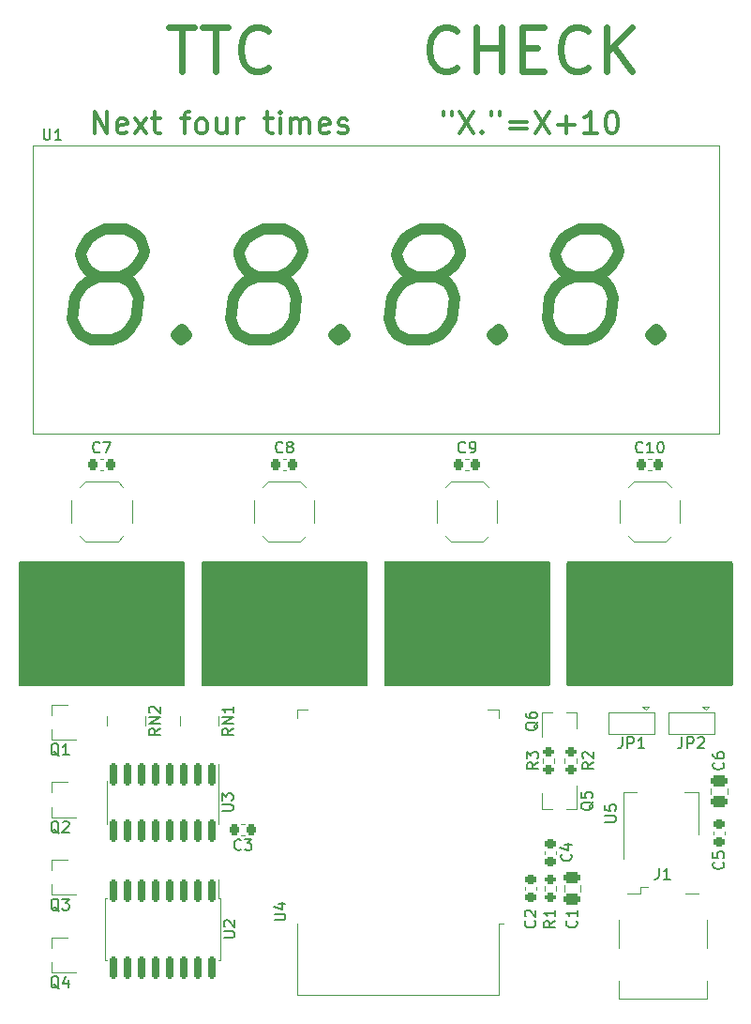
<source format=gto>
G04 #@! TF.GenerationSoftware,KiCad,Pcbnew,6.0.1-79c1e3a40b~116~ubuntu21.04.1*
G04 #@! TF.CreationDate,2022-02-15T16:14:13-05:00*
G04 #@! TF.ProjectId,ttc_sign,7474635f-7369-4676-9e2e-6b696361645f,rev?*
G04 #@! TF.SameCoordinates,Original*
G04 #@! TF.FileFunction,Legend,Top*
G04 #@! TF.FilePolarity,Positive*
%FSLAX46Y46*%
G04 Gerber Fmt 4.6, Leading zero omitted, Abs format (unit mm)*
G04 Created by KiCad (PCBNEW 6.0.1-79c1e3a40b~116~ubuntu21.04.1) date 2022-02-15 16:14:13*
%MOMM*%
%LPD*%
G01*
G04 APERTURE LIST*
G04 Aperture macros list*
%AMRoundRect*
0 Rectangle with rounded corners*
0 $1 Rounding radius*
0 $2 $3 $4 $5 $6 $7 $8 $9 X,Y pos of 4 corners*
0 Add a 4 corners polygon primitive as box body*
4,1,4,$2,$3,$4,$5,$6,$7,$8,$9,$2,$3,0*
0 Add four circle primitives for the rounded corners*
1,1,$1+$1,$2,$3*
1,1,$1+$1,$4,$5*
1,1,$1+$1,$6,$7*
1,1,$1+$1,$8,$9*
0 Add four rect primitives between the rounded corners*
20,1,$1+$1,$2,$3,$4,$5,0*
20,1,$1+$1,$4,$5,$6,$7,0*
20,1,$1+$1,$6,$7,$8,$9,0*
20,1,$1+$1,$8,$9,$2,$3,0*%
G04 Aperture macros list end*
%ADD10C,0.300000*%
%ADD11C,0.600000*%
%ADD12C,0.150000*%
%ADD13C,1.000000*%
%ADD14C,0.120000*%
%ADD15R,1.000000X1.500000*%
%ADD16C,4.000000*%
%ADD17C,6.500000*%
%ADD18RoundRect,0.150000X-0.150000X0.850000X-0.150000X-0.850000X0.150000X-0.850000X0.150000X0.850000X0*%
%ADD19R,0.800000X0.900000*%
%ADD20C,1.524000*%
%ADD21R,1.524000X1.524000*%
%ADD22R,1.500000X2.000000*%
%ADD23R,3.800000X2.000000*%
%ADD24RoundRect,0.150000X-0.150000X0.837500X-0.150000X-0.837500X0.150000X-0.837500X0.150000X0.837500X0*%
%ADD25R,2.000000X0.900000*%
%ADD26R,0.900000X2.000000*%
%ADD27R,5.000000X5.000000*%
%ADD28R,1.800000X1.100000*%
%ADD29R,0.400000X0.900000*%
%ADD30RoundRect,0.200000X-0.275000X0.200000X-0.275000X-0.200000X0.275000X-0.200000X0.275000X0.200000X0*%
%ADD31RoundRect,0.200000X0.275000X-0.200000X0.275000X0.200000X-0.275000X0.200000X-0.275000X-0.200000X0*%
%ADD32R,0.900000X0.800000*%
%ADD33C,0.900000*%
%ADD34R,0.500000X2.500000*%
%ADD35R,2.000000X2.500000*%
%ADD36RoundRect,0.225000X-0.225000X-0.250000X0.225000X-0.250000X0.225000X0.250000X-0.225000X0.250000X0*%
%ADD37RoundRect,0.250000X0.475000X-0.250000X0.475000X0.250000X-0.475000X0.250000X-0.475000X-0.250000X0*%
%ADD38RoundRect,0.225000X0.250000X-0.225000X0.250000X0.225000X-0.250000X0.225000X-0.250000X-0.225000X0*%
%ADD39RoundRect,0.225000X-0.250000X0.225000X-0.250000X-0.225000X0.250000X-0.225000X0.250000X0.225000X0*%
G04 APERTURE END LIST*
D10*
X62619047Y-44404761D02*
X62619047Y-42404761D01*
X63761904Y-44404761D01*
X63761904Y-42404761D01*
X65476190Y-44309523D02*
X65285714Y-44404761D01*
X64904761Y-44404761D01*
X64714285Y-44309523D01*
X64619047Y-44119047D01*
X64619047Y-43357142D01*
X64714285Y-43166666D01*
X64904761Y-43071428D01*
X65285714Y-43071428D01*
X65476190Y-43166666D01*
X65571428Y-43357142D01*
X65571428Y-43547619D01*
X64619047Y-43738095D01*
X66238095Y-44404761D02*
X67285714Y-43071428D01*
X66238095Y-43071428D02*
X67285714Y-44404761D01*
X67761904Y-43071428D02*
X68523809Y-43071428D01*
X68047619Y-42404761D02*
X68047619Y-44119047D01*
X68142857Y-44309523D01*
X68333333Y-44404761D01*
X68523809Y-44404761D01*
X70428571Y-43071428D02*
X71190476Y-43071428D01*
X70714285Y-44404761D02*
X70714285Y-42690476D01*
X70809523Y-42500000D01*
X71000000Y-42404761D01*
X71190476Y-42404761D01*
X72142857Y-44404761D02*
X71952380Y-44309523D01*
X71857142Y-44214285D01*
X71761904Y-44023809D01*
X71761904Y-43452380D01*
X71857142Y-43261904D01*
X71952380Y-43166666D01*
X72142857Y-43071428D01*
X72428571Y-43071428D01*
X72619047Y-43166666D01*
X72714285Y-43261904D01*
X72809523Y-43452380D01*
X72809523Y-44023809D01*
X72714285Y-44214285D01*
X72619047Y-44309523D01*
X72428571Y-44404761D01*
X72142857Y-44404761D01*
X74523809Y-43071428D02*
X74523809Y-44404761D01*
X73666666Y-43071428D02*
X73666666Y-44119047D01*
X73761904Y-44309523D01*
X73952380Y-44404761D01*
X74238095Y-44404761D01*
X74428571Y-44309523D01*
X74523809Y-44214285D01*
X75476190Y-44404761D02*
X75476190Y-43071428D01*
X75476190Y-43452380D02*
X75571428Y-43261904D01*
X75666666Y-43166666D01*
X75857142Y-43071428D01*
X76047619Y-43071428D01*
X77952380Y-43071428D02*
X78714285Y-43071428D01*
X78238095Y-42404761D02*
X78238095Y-44119047D01*
X78333333Y-44309523D01*
X78523809Y-44404761D01*
X78714285Y-44404761D01*
X79380952Y-44404761D02*
X79380952Y-43071428D01*
X79380952Y-42404761D02*
X79285714Y-42500000D01*
X79380952Y-42595238D01*
X79476190Y-42500000D01*
X79380952Y-42404761D01*
X79380952Y-42595238D01*
X80333333Y-44404761D02*
X80333333Y-43071428D01*
X80333333Y-43261904D02*
X80428571Y-43166666D01*
X80619047Y-43071428D01*
X80904761Y-43071428D01*
X81095238Y-43166666D01*
X81190476Y-43357142D01*
X81190476Y-44404761D01*
X81190476Y-43357142D02*
X81285714Y-43166666D01*
X81476190Y-43071428D01*
X81761904Y-43071428D01*
X81952380Y-43166666D01*
X82047619Y-43357142D01*
X82047619Y-44404761D01*
X83761904Y-44309523D02*
X83571428Y-44404761D01*
X83190476Y-44404761D01*
X83000000Y-44309523D01*
X82904761Y-44119047D01*
X82904761Y-43357142D01*
X83000000Y-43166666D01*
X83190476Y-43071428D01*
X83571428Y-43071428D01*
X83761904Y-43166666D01*
X83857142Y-43357142D01*
X83857142Y-43547619D01*
X82904761Y-43738095D01*
X84619047Y-44309523D02*
X84809523Y-44404761D01*
X85190476Y-44404761D01*
X85380952Y-44309523D01*
X85476190Y-44119047D01*
X85476190Y-44023809D01*
X85380952Y-43833333D01*
X85190476Y-43738095D01*
X84904761Y-43738095D01*
X84714285Y-43642857D01*
X84619047Y-43452380D01*
X84619047Y-43357142D01*
X84714285Y-43166666D01*
X84904761Y-43071428D01*
X85190476Y-43071428D01*
X85380952Y-43166666D01*
D11*
X95333333Y-38428571D02*
X95142857Y-38619047D01*
X94571428Y-38809523D01*
X94190476Y-38809523D01*
X93619047Y-38619047D01*
X93238095Y-38238095D01*
X93047619Y-37857142D01*
X92857142Y-37095238D01*
X92857142Y-36523809D01*
X93047619Y-35761904D01*
X93238095Y-35380952D01*
X93619047Y-35000000D01*
X94190476Y-34809523D01*
X94571428Y-34809523D01*
X95142857Y-35000000D01*
X95333333Y-35190476D01*
X97047619Y-38809523D02*
X97047619Y-34809523D01*
X97047619Y-36714285D02*
X99333333Y-36714285D01*
X99333333Y-38809523D02*
X99333333Y-34809523D01*
X101238095Y-36714285D02*
X102571428Y-36714285D01*
X103142857Y-38809523D02*
X101238095Y-38809523D01*
X101238095Y-34809523D01*
X103142857Y-34809523D01*
X107142857Y-38428571D02*
X106952380Y-38619047D01*
X106380952Y-38809523D01*
X106000000Y-38809523D01*
X105428571Y-38619047D01*
X105047619Y-38238095D01*
X104857142Y-37857142D01*
X104666666Y-37095238D01*
X104666666Y-36523809D01*
X104857142Y-35761904D01*
X105047619Y-35380952D01*
X105428571Y-35000000D01*
X106000000Y-34809523D01*
X106380952Y-34809523D01*
X106952380Y-35000000D01*
X107142857Y-35190476D01*
X108857142Y-38809523D02*
X108857142Y-34809523D01*
X111142857Y-38809523D02*
X109428571Y-36523809D01*
X111142857Y-34809523D02*
X108857142Y-37095238D01*
X69333333Y-34809523D02*
X71619047Y-34809523D01*
X70476190Y-38809523D02*
X70476190Y-34809523D01*
X72380952Y-34809523D02*
X74666666Y-34809523D01*
X73523809Y-38809523D02*
X73523809Y-34809523D01*
X78285714Y-38428571D02*
X78095238Y-38619047D01*
X77523809Y-38809523D01*
X77142857Y-38809523D01*
X76571428Y-38619047D01*
X76190476Y-38238095D01*
X76000000Y-37857142D01*
X75809523Y-37095238D01*
X75809523Y-36523809D01*
X76000000Y-35761904D01*
X76190476Y-35380952D01*
X76571428Y-35000000D01*
X77142857Y-34809523D01*
X77523809Y-34809523D01*
X78095238Y-35000000D01*
X78285714Y-35190476D01*
D10*
X94095238Y-42404761D02*
X94095238Y-42785714D01*
X94857142Y-42404761D02*
X94857142Y-42785714D01*
X95523809Y-42404761D02*
X96857142Y-44404761D01*
X96857142Y-42404761D02*
X95523809Y-44404761D01*
X97619047Y-44214285D02*
X97714285Y-44309523D01*
X97619047Y-44404761D01*
X97523809Y-44309523D01*
X97619047Y-44214285D01*
X97619047Y-44404761D01*
X98476190Y-42404761D02*
X98476190Y-42785714D01*
X99238095Y-42404761D02*
X99238095Y-42785714D01*
X100095238Y-43357142D02*
X101619047Y-43357142D01*
X101619047Y-43928571D02*
X100095238Y-43928571D01*
X102380952Y-42404761D02*
X103714285Y-44404761D01*
X103714285Y-42404761D02*
X102380952Y-44404761D01*
X104476190Y-43642857D02*
X106000000Y-43642857D01*
X105238095Y-44404761D02*
X105238095Y-42880952D01*
X108000000Y-44404761D02*
X106857142Y-44404761D01*
X107428571Y-44404761D02*
X107428571Y-42404761D01*
X107238095Y-42690476D01*
X107047619Y-42880952D01*
X106857142Y-42976190D01*
X109238095Y-42404761D02*
X109428571Y-42404761D01*
X109619047Y-42500000D01*
X109714285Y-42595238D01*
X109809523Y-42785714D01*
X109904761Y-43166666D01*
X109904761Y-43642857D01*
X109809523Y-44023809D01*
X109714285Y-44214285D01*
X109619047Y-44309523D01*
X109428571Y-44404761D01*
X109238095Y-44404761D01*
X109047619Y-44309523D01*
X108952380Y-44214285D01*
X108857142Y-44023809D01*
X108761904Y-43642857D01*
X108761904Y-43166666D01*
X108857142Y-42785714D01*
X108952380Y-42595238D01*
X109047619Y-42500000D01*
X109238095Y-42404761D01*
D12*
G04 #@! TO.C,JP2*
X115666666Y-98852380D02*
X115666666Y-99566666D01*
X115619047Y-99709523D01*
X115523809Y-99804761D01*
X115380952Y-99852380D01*
X115285714Y-99852380D01*
X116142857Y-99852380D02*
X116142857Y-98852380D01*
X116523809Y-98852380D01*
X116619047Y-98900000D01*
X116666666Y-98947619D01*
X116714285Y-99042857D01*
X116714285Y-99185714D01*
X116666666Y-99280952D01*
X116619047Y-99328571D01*
X116523809Y-99376190D01*
X116142857Y-99376190D01*
X117095238Y-98947619D02*
X117142857Y-98900000D01*
X117238095Y-98852380D01*
X117476190Y-98852380D01*
X117571428Y-98900000D01*
X117619047Y-98947619D01*
X117666666Y-99042857D01*
X117666666Y-99138095D01*
X117619047Y-99280952D01*
X117047619Y-99852380D01*
X117666666Y-99852380D01*
G04 #@! TO.C,JP1*
X110266666Y-98852380D02*
X110266666Y-99566666D01*
X110219047Y-99709523D01*
X110123809Y-99804761D01*
X109980952Y-99852380D01*
X109885714Y-99852380D01*
X110742857Y-99852380D02*
X110742857Y-98852380D01*
X111123809Y-98852380D01*
X111219047Y-98900000D01*
X111266666Y-98947619D01*
X111314285Y-99042857D01*
X111314285Y-99185714D01*
X111266666Y-99280952D01*
X111219047Y-99328571D01*
X111123809Y-99376190D01*
X110742857Y-99376190D01*
X112266666Y-99852380D02*
X111695238Y-99852380D01*
X111980952Y-99852380D02*
X111980952Y-98852380D01*
X111885714Y-98995238D01*
X111790476Y-99090476D01*
X111695238Y-99138095D01*
G04 #@! TO.C,U3*
X74122380Y-105511904D02*
X74931904Y-105511904D01*
X75027142Y-105464285D01*
X75074761Y-105416666D01*
X75122380Y-105321428D01*
X75122380Y-105130952D01*
X75074761Y-105035714D01*
X75027142Y-104988095D01*
X74931904Y-104940476D01*
X74122380Y-104940476D01*
X74122380Y-104559523D02*
X74122380Y-103940476D01*
X74503333Y-104273809D01*
X74503333Y-104130952D01*
X74550952Y-104035714D01*
X74598571Y-103988095D01*
X74693809Y-103940476D01*
X74931904Y-103940476D01*
X75027142Y-103988095D01*
X75074761Y-104035714D01*
X75122380Y-104130952D01*
X75122380Y-104416666D01*
X75074761Y-104511904D01*
X75027142Y-104559523D01*
G04 #@! TO.C,Q6*
X102647619Y-97495238D02*
X102600000Y-97590476D01*
X102504761Y-97685714D01*
X102361904Y-97828571D01*
X102314285Y-97923809D01*
X102314285Y-98019047D01*
X102552380Y-97971428D02*
X102504761Y-98066666D01*
X102409523Y-98161904D01*
X102219047Y-98209523D01*
X101885714Y-98209523D01*
X101695238Y-98161904D01*
X101600000Y-98066666D01*
X101552380Y-97971428D01*
X101552380Y-97780952D01*
X101600000Y-97685714D01*
X101695238Y-97590476D01*
X101885714Y-97542857D01*
X102219047Y-97542857D01*
X102409523Y-97590476D01*
X102504761Y-97685714D01*
X102552380Y-97780952D01*
X102552380Y-97971428D01*
X101552380Y-96685714D02*
X101552380Y-96876190D01*
X101600000Y-96971428D01*
X101647619Y-97019047D01*
X101790476Y-97114285D01*
X101980952Y-97161904D01*
X102361904Y-97161904D01*
X102457142Y-97114285D01*
X102504761Y-97066666D01*
X102552380Y-96971428D01*
X102552380Y-96780952D01*
X102504761Y-96685714D01*
X102457142Y-96638095D01*
X102361904Y-96590476D01*
X102123809Y-96590476D01*
X102028571Y-96638095D01*
X101980952Y-96685714D01*
X101933333Y-96780952D01*
X101933333Y-96971428D01*
X101980952Y-97066666D01*
X102028571Y-97114285D01*
X102123809Y-97161904D01*
G04 #@! TO.C,Q5*
X107647619Y-104695238D02*
X107600000Y-104790476D01*
X107504761Y-104885714D01*
X107361904Y-105028571D01*
X107314285Y-105123809D01*
X107314285Y-105219047D01*
X107552380Y-105171428D02*
X107504761Y-105266666D01*
X107409523Y-105361904D01*
X107219047Y-105409523D01*
X106885714Y-105409523D01*
X106695238Y-105361904D01*
X106600000Y-105266666D01*
X106552380Y-105171428D01*
X106552380Y-104980952D01*
X106600000Y-104885714D01*
X106695238Y-104790476D01*
X106885714Y-104742857D01*
X107219047Y-104742857D01*
X107409523Y-104790476D01*
X107504761Y-104885714D01*
X107552380Y-104980952D01*
X107552380Y-105171428D01*
X106552380Y-103838095D02*
X106552380Y-104314285D01*
X107028571Y-104361904D01*
X106980952Y-104314285D01*
X106933333Y-104219047D01*
X106933333Y-103980952D01*
X106980952Y-103885714D01*
X107028571Y-103838095D01*
X107123809Y-103790476D01*
X107361904Y-103790476D01*
X107457142Y-103838095D01*
X107504761Y-103885714D01*
X107552380Y-103980952D01*
X107552380Y-104219047D01*
X107504761Y-104314285D01*
X107457142Y-104361904D01*
G04 #@! TO.C,U1*
X58028095Y-43982380D02*
X58028095Y-44791904D01*
X58075714Y-44887142D01*
X58123333Y-44934761D01*
X58218571Y-44982380D01*
X58409047Y-44982380D01*
X58504285Y-44934761D01*
X58551904Y-44887142D01*
X58599523Y-44791904D01*
X58599523Y-43982380D01*
X59599523Y-44982380D02*
X59028095Y-44982380D01*
X59313809Y-44982380D02*
X59313809Y-43982380D01*
X59218571Y-44125238D01*
X59123333Y-44220476D01*
X59028095Y-44268095D01*
D13*
X63005654Y-57309523D02*
X62112797Y-56833333D01*
X61696130Y-56357142D01*
X61338988Y-55404761D01*
X61398511Y-54928571D01*
X61993750Y-53976190D01*
X62529464Y-53500000D01*
X63541369Y-53023809D01*
X65446130Y-53023809D01*
X66338988Y-53500000D01*
X66755654Y-53976190D01*
X67112797Y-54928571D01*
X67053273Y-55404761D01*
X66458035Y-56357142D01*
X65922321Y-56833333D01*
X64910416Y-57309523D01*
X63005654Y-57309523D01*
X61993750Y-57785714D01*
X61458035Y-58261904D01*
X60862797Y-59214285D01*
X60624702Y-61119047D01*
X60981845Y-62071428D01*
X61398511Y-62547619D01*
X62291369Y-63023809D01*
X64196130Y-63023809D01*
X65208035Y-62547619D01*
X65743750Y-62071428D01*
X66338988Y-61119047D01*
X66577083Y-59214285D01*
X66219940Y-58261904D01*
X65803273Y-57785714D01*
X64910416Y-57309523D01*
X70505654Y-62071428D02*
X70922321Y-62547619D01*
X70386607Y-63023809D01*
X69969940Y-62547619D01*
X70505654Y-62071428D01*
X70386607Y-63023809D01*
X77291369Y-57309523D02*
X76398511Y-56833333D01*
X75981845Y-56357142D01*
X75624702Y-55404761D01*
X75684226Y-54928571D01*
X76279464Y-53976190D01*
X76815178Y-53500000D01*
X77827083Y-53023809D01*
X79731845Y-53023809D01*
X80624702Y-53500000D01*
X81041369Y-53976190D01*
X81398511Y-54928571D01*
X81338988Y-55404761D01*
X80743750Y-56357142D01*
X80208035Y-56833333D01*
X79196130Y-57309523D01*
X77291369Y-57309523D01*
X76279464Y-57785714D01*
X75743750Y-58261904D01*
X75148511Y-59214285D01*
X74910416Y-61119047D01*
X75267559Y-62071428D01*
X75684226Y-62547619D01*
X76577083Y-63023809D01*
X78481845Y-63023809D01*
X79493750Y-62547619D01*
X80029464Y-62071428D01*
X80624702Y-61119047D01*
X80862797Y-59214285D01*
X80505654Y-58261904D01*
X80088988Y-57785714D01*
X79196130Y-57309523D01*
X84791369Y-62071428D02*
X85208035Y-62547619D01*
X84672321Y-63023809D01*
X84255654Y-62547619D01*
X84791369Y-62071428D01*
X84672321Y-63023809D01*
X91577083Y-57309523D02*
X90684226Y-56833333D01*
X90267559Y-56357142D01*
X89910416Y-55404761D01*
X89969940Y-54928571D01*
X90565178Y-53976190D01*
X91100892Y-53500000D01*
X92112797Y-53023809D01*
X94017559Y-53023809D01*
X94910416Y-53500000D01*
X95327083Y-53976190D01*
X95684226Y-54928571D01*
X95624702Y-55404761D01*
X95029464Y-56357142D01*
X94493750Y-56833333D01*
X93481845Y-57309523D01*
X91577083Y-57309523D01*
X90565178Y-57785714D01*
X90029464Y-58261904D01*
X89434226Y-59214285D01*
X89196130Y-61119047D01*
X89553273Y-62071428D01*
X89969940Y-62547619D01*
X90862797Y-63023809D01*
X92767559Y-63023809D01*
X93779464Y-62547619D01*
X94315178Y-62071428D01*
X94910416Y-61119047D01*
X95148511Y-59214285D01*
X94791369Y-58261904D01*
X94374702Y-57785714D01*
X93481845Y-57309523D01*
X99077083Y-62071428D02*
X99493750Y-62547619D01*
X98958035Y-63023809D01*
X98541369Y-62547619D01*
X99077083Y-62071428D01*
X98958035Y-63023809D01*
X105862797Y-57309523D02*
X104969940Y-56833333D01*
X104553273Y-56357142D01*
X104196130Y-55404761D01*
X104255654Y-54928571D01*
X104850892Y-53976190D01*
X105386607Y-53500000D01*
X106398511Y-53023809D01*
X108303273Y-53023809D01*
X109196130Y-53500000D01*
X109612797Y-53976190D01*
X109969940Y-54928571D01*
X109910416Y-55404761D01*
X109315178Y-56357142D01*
X108779464Y-56833333D01*
X107767559Y-57309523D01*
X105862797Y-57309523D01*
X104850892Y-57785714D01*
X104315178Y-58261904D01*
X103719940Y-59214285D01*
X103481845Y-61119047D01*
X103838988Y-62071428D01*
X104255654Y-62547619D01*
X105148511Y-63023809D01*
X107053273Y-63023809D01*
X108065178Y-62547619D01*
X108600892Y-62071428D01*
X109196130Y-61119047D01*
X109434226Y-59214285D01*
X109077083Y-58261904D01*
X108660416Y-57785714D01*
X107767559Y-57309523D01*
X113362797Y-62071428D02*
X113779464Y-62547619D01*
X113243750Y-63023809D01*
X112827083Y-62547619D01*
X113362797Y-62071428D01*
X113243750Y-63023809D01*
D12*
G04 #@! TO.C,U5*
X108702380Y-106511904D02*
X109511904Y-106511904D01*
X109607142Y-106464285D01*
X109654761Y-106416666D01*
X109702380Y-106321428D01*
X109702380Y-106130952D01*
X109654761Y-106035714D01*
X109607142Y-105988095D01*
X109511904Y-105940476D01*
X108702380Y-105940476D01*
X108702380Y-104988095D02*
X108702380Y-105464285D01*
X109178571Y-105511904D01*
X109130952Y-105464285D01*
X109083333Y-105369047D01*
X109083333Y-105130952D01*
X109130952Y-105035714D01*
X109178571Y-104988095D01*
X109273809Y-104940476D01*
X109511904Y-104940476D01*
X109607142Y-104988095D01*
X109654761Y-105035714D01*
X109702380Y-105130952D01*
X109702380Y-105369047D01*
X109654761Y-105464285D01*
X109607142Y-105511904D01*
G04 #@! TO.C,U2*
X74272380Y-116941904D02*
X75081904Y-116941904D01*
X75177142Y-116894285D01*
X75224761Y-116846666D01*
X75272380Y-116751428D01*
X75272380Y-116560952D01*
X75224761Y-116465714D01*
X75177142Y-116418095D01*
X75081904Y-116370476D01*
X74272380Y-116370476D01*
X74367619Y-115941904D02*
X74320000Y-115894285D01*
X74272380Y-115799047D01*
X74272380Y-115560952D01*
X74320000Y-115465714D01*
X74367619Y-115418095D01*
X74462857Y-115370476D01*
X74558095Y-115370476D01*
X74700952Y-115418095D01*
X75272380Y-115989523D01*
X75272380Y-115370476D01*
G04 #@! TO.C,U4*
X78852380Y-115361904D02*
X79661904Y-115361904D01*
X79757142Y-115314285D01*
X79804761Y-115266666D01*
X79852380Y-115171428D01*
X79852380Y-114980952D01*
X79804761Y-114885714D01*
X79757142Y-114838095D01*
X79661904Y-114790476D01*
X78852380Y-114790476D01*
X79185714Y-113885714D02*
X79852380Y-113885714D01*
X78804761Y-114123809D02*
X79519047Y-114361904D01*
X79519047Y-113742857D01*
G04 #@! TO.C,RN2*
X68520380Y-98074476D02*
X68044190Y-98407809D01*
X68520380Y-98645904D02*
X67520380Y-98645904D01*
X67520380Y-98264952D01*
X67568000Y-98169714D01*
X67615619Y-98122095D01*
X67710857Y-98074476D01*
X67853714Y-98074476D01*
X67948952Y-98122095D01*
X67996571Y-98169714D01*
X68044190Y-98264952D01*
X68044190Y-98645904D01*
X68520380Y-97645904D02*
X67520380Y-97645904D01*
X68520380Y-97074476D01*
X67520380Y-97074476D01*
X67615619Y-96645904D02*
X67568000Y-96598285D01*
X67520380Y-96503047D01*
X67520380Y-96264952D01*
X67568000Y-96169714D01*
X67615619Y-96122095D01*
X67710857Y-96074476D01*
X67806095Y-96074476D01*
X67948952Y-96122095D01*
X68520380Y-96693523D01*
X68520380Y-96074476D01*
G04 #@! TO.C,RN1*
X75124380Y-98074476D02*
X74648190Y-98407809D01*
X75124380Y-98645904D02*
X74124380Y-98645904D01*
X74124380Y-98264952D01*
X74172000Y-98169714D01*
X74219619Y-98122095D01*
X74314857Y-98074476D01*
X74457714Y-98074476D01*
X74552952Y-98122095D01*
X74600571Y-98169714D01*
X74648190Y-98264952D01*
X74648190Y-98645904D01*
X75124380Y-97645904D02*
X74124380Y-97645904D01*
X75124380Y-97074476D01*
X74124380Y-97074476D01*
X75124380Y-96074476D02*
X75124380Y-96645904D01*
X75124380Y-96360190D02*
X74124380Y-96360190D01*
X74267238Y-96455428D01*
X74362476Y-96550666D01*
X74410095Y-96645904D01*
G04 #@! TO.C,R3*
X102652380Y-101141666D02*
X102176190Y-101475000D01*
X102652380Y-101713095D02*
X101652380Y-101713095D01*
X101652380Y-101332142D01*
X101700000Y-101236904D01*
X101747619Y-101189285D01*
X101842857Y-101141666D01*
X101985714Y-101141666D01*
X102080952Y-101189285D01*
X102128571Y-101236904D01*
X102176190Y-101332142D01*
X102176190Y-101713095D01*
X101652380Y-100808333D02*
X101652380Y-100189285D01*
X102033333Y-100522619D01*
X102033333Y-100379761D01*
X102080952Y-100284523D01*
X102128571Y-100236904D01*
X102223809Y-100189285D01*
X102461904Y-100189285D01*
X102557142Y-100236904D01*
X102604761Y-100284523D01*
X102652380Y-100379761D01*
X102652380Y-100665476D01*
X102604761Y-100760714D01*
X102557142Y-100808333D01*
G04 #@! TO.C,R2*
X107652380Y-101141666D02*
X107176190Y-101475000D01*
X107652380Y-101713095D02*
X106652380Y-101713095D01*
X106652380Y-101332142D01*
X106700000Y-101236904D01*
X106747619Y-101189285D01*
X106842857Y-101141666D01*
X106985714Y-101141666D01*
X107080952Y-101189285D01*
X107128571Y-101236904D01*
X107176190Y-101332142D01*
X107176190Y-101713095D01*
X106747619Y-100760714D02*
X106700000Y-100713095D01*
X106652380Y-100617857D01*
X106652380Y-100379761D01*
X106700000Y-100284523D01*
X106747619Y-100236904D01*
X106842857Y-100189285D01*
X106938095Y-100189285D01*
X107080952Y-100236904D01*
X107652380Y-100808333D01*
X107652380Y-100189285D01*
G04 #@! TO.C,R1*
X104202380Y-115416666D02*
X103726190Y-115750000D01*
X104202380Y-115988095D02*
X103202380Y-115988095D01*
X103202380Y-115607142D01*
X103250000Y-115511904D01*
X103297619Y-115464285D01*
X103392857Y-115416666D01*
X103535714Y-115416666D01*
X103630952Y-115464285D01*
X103678571Y-115511904D01*
X103726190Y-115607142D01*
X103726190Y-115988095D01*
X104202380Y-114464285D02*
X104202380Y-115035714D01*
X104202380Y-114750000D02*
X103202380Y-114750000D01*
X103345238Y-114845238D01*
X103440476Y-114940476D01*
X103488095Y-115035714D01*
G04 #@! TO.C,Q4*
X59404761Y-121547619D02*
X59309523Y-121500000D01*
X59214285Y-121404761D01*
X59071428Y-121261904D01*
X58976190Y-121214285D01*
X58880952Y-121214285D01*
X58928571Y-121452380D02*
X58833333Y-121404761D01*
X58738095Y-121309523D01*
X58690476Y-121119047D01*
X58690476Y-120785714D01*
X58738095Y-120595238D01*
X58833333Y-120500000D01*
X58928571Y-120452380D01*
X59119047Y-120452380D01*
X59214285Y-120500000D01*
X59309523Y-120595238D01*
X59357142Y-120785714D01*
X59357142Y-121119047D01*
X59309523Y-121309523D01*
X59214285Y-121404761D01*
X59119047Y-121452380D01*
X58928571Y-121452380D01*
X60214285Y-120785714D02*
X60214285Y-121452380D01*
X59976190Y-120404761D02*
X59738095Y-121119047D01*
X60357142Y-121119047D01*
G04 #@! TO.C,Q3*
X59404761Y-114547619D02*
X59309523Y-114500000D01*
X59214285Y-114404761D01*
X59071428Y-114261904D01*
X58976190Y-114214285D01*
X58880952Y-114214285D01*
X58928571Y-114452380D02*
X58833333Y-114404761D01*
X58738095Y-114309523D01*
X58690476Y-114119047D01*
X58690476Y-113785714D01*
X58738095Y-113595238D01*
X58833333Y-113500000D01*
X58928571Y-113452380D01*
X59119047Y-113452380D01*
X59214285Y-113500000D01*
X59309523Y-113595238D01*
X59357142Y-113785714D01*
X59357142Y-114119047D01*
X59309523Y-114309523D01*
X59214285Y-114404761D01*
X59119047Y-114452380D01*
X58928571Y-114452380D01*
X59690476Y-113452380D02*
X60309523Y-113452380D01*
X59976190Y-113833333D01*
X60119047Y-113833333D01*
X60214285Y-113880952D01*
X60261904Y-113928571D01*
X60309523Y-114023809D01*
X60309523Y-114261904D01*
X60261904Y-114357142D01*
X60214285Y-114404761D01*
X60119047Y-114452380D01*
X59833333Y-114452380D01*
X59738095Y-114404761D01*
X59690476Y-114357142D01*
G04 #@! TO.C,Q2*
X59404761Y-107547619D02*
X59309523Y-107500000D01*
X59214285Y-107404761D01*
X59071428Y-107261904D01*
X58976190Y-107214285D01*
X58880952Y-107214285D01*
X58928571Y-107452380D02*
X58833333Y-107404761D01*
X58738095Y-107309523D01*
X58690476Y-107119047D01*
X58690476Y-106785714D01*
X58738095Y-106595238D01*
X58833333Y-106500000D01*
X58928571Y-106452380D01*
X59119047Y-106452380D01*
X59214285Y-106500000D01*
X59309523Y-106595238D01*
X59357142Y-106785714D01*
X59357142Y-107119047D01*
X59309523Y-107309523D01*
X59214285Y-107404761D01*
X59119047Y-107452380D01*
X58928571Y-107452380D01*
X59738095Y-106547619D02*
X59785714Y-106500000D01*
X59880952Y-106452380D01*
X60119047Y-106452380D01*
X60214285Y-106500000D01*
X60261904Y-106547619D01*
X60309523Y-106642857D01*
X60309523Y-106738095D01*
X60261904Y-106880952D01*
X59690476Y-107452380D01*
X60309523Y-107452380D01*
G04 #@! TO.C,Q1*
X59404761Y-100547619D02*
X59309523Y-100500000D01*
X59214285Y-100404761D01*
X59071428Y-100261904D01*
X58976190Y-100214285D01*
X58880952Y-100214285D01*
X58928571Y-100452380D02*
X58833333Y-100404761D01*
X58738095Y-100309523D01*
X58690476Y-100119047D01*
X58690476Y-99785714D01*
X58738095Y-99595238D01*
X58833333Y-99500000D01*
X58928571Y-99452380D01*
X59119047Y-99452380D01*
X59214285Y-99500000D01*
X59309523Y-99595238D01*
X59357142Y-99785714D01*
X59357142Y-100119047D01*
X59309523Y-100309523D01*
X59214285Y-100404761D01*
X59119047Y-100452380D01*
X58928571Y-100452380D01*
X60309523Y-100452380D02*
X59738095Y-100452380D01*
X60023809Y-100452380D02*
X60023809Y-99452380D01*
X59928571Y-99595238D01*
X59833333Y-99690476D01*
X59738095Y-99738095D01*
G04 #@! TO.C,J1*
X113582666Y-110664380D02*
X113582666Y-111378666D01*
X113535047Y-111521523D01*
X113439809Y-111616761D01*
X113296952Y-111664380D01*
X113201714Y-111664380D01*
X114582666Y-111664380D02*
X114011238Y-111664380D01*
X114296952Y-111664380D02*
X114296952Y-110664380D01*
X114201714Y-110807238D01*
X114106476Y-110902476D01*
X114011238Y-110950095D01*
G04 #@! TO.C,C3*
X75833333Y-108957142D02*
X75785714Y-109004761D01*
X75642857Y-109052380D01*
X75547619Y-109052380D01*
X75404761Y-109004761D01*
X75309523Y-108909523D01*
X75261904Y-108814285D01*
X75214285Y-108623809D01*
X75214285Y-108480952D01*
X75261904Y-108290476D01*
X75309523Y-108195238D01*
X75404761Y-108100000D01*
X75547619Y-108052380D01*
X75642857Y-108052380D01*
X75785714Y-108100000D01*
X75833333Y-108147619D01*
X76166666Y-108052380D02*
X76785714Y-108052380D01*
X76452380Y-108433333D01*
X76595238Y-108433333D01*
X76690476Y-108480952D01*
X76738095Y-108528571D01*
X76785714Y-108623809D01*
X76785714Y-108861904D01*
X76738095Y-108957142D01*
X76690476Y-109004761D01*
X76595238Y-109052380D01*
X76309523Y-109052380D01*
X76214285Y-109004761D01*
X76166666Y-108957142D01*
G04 #@! TO.C,C6*
X119357142Y-101166666D02*
X119404761Y-101214285D01*
X119452380Y-101357142D01*
X119452380Y-101452380D01*
X119404761Y-101595238D01*
X119309523Y-101690476D01*
X119214285Y-101738095D01*
X119023809Y-101785714D01*
X118880952Y-101785714D01*
X118690476Y-101738095D01*
X118595238Y-101690476D01*
X118500000Y-101595238D01*
X118452380Y-101452380D01*
X118452380Y-101357142D01*
X118500000Y-101214285D01*
X118547619Y-101166666D01*
X118452380Y-100309523D02*
X118452380Y-100500000D01*
X118500000Y-100595238D01*
X118547619Y-100642857D01*
X118690476Y-100738095D01*
X118880952Y-100785714D01*
X119261904Y-100785714D01*
X119357142Y-100738095D01*
X119404761Y-100690476D01*
X119452380Y-100595238D01*
X119452380Y-100404761D01*
X119404761Y-100309523D01*
X119357142Y-100261904D01*
X119261904Y-100214285D01*
X119023809Y-100214285D01*
X118928571Y-100261904D01*
X118880952Y-100309523D01*
X118833333Y-100404761D01*
X118833333Y-100595238D01*
X118880952Y-100690476D01*
X118928571Y-100738095D01*
X119023809Y-100785714D01*
G04 #@! TO.C,C5*
X119357142Y-110141666D02*
X119404761Y-110189285D01*
X119452380Y-110332142D01*
X119452380Y-110427380D01*
X119404761Y-110570238D01*
X119309523Y-110665476D01*
X119214285Y-110713095D01*
X119023809Y-110760714D01*
X118880952Y-110760714D01*
X118690476Y-110713095D01*
X118595238Y-110665476D01*
X118500000Y-110570238D01*
X118452380Y-110427380D01*
X118452380Y-110332142D01*
X118500000Y-110189285D01*
X118547619Y-110141666D01*
X118452380Y-109236904D02*
X118452380Y-109713095D01*
X118928571Y-109760714D01*
X118880952Y-109713095D01*
X118833333Y-109617857D01*
X118833333Y-109379761D01*
X118880952Y-109284523D01*
X118928571Y-109236904D01*
X119023809Y-109189285D01*
X119261904Y-109189285D01*
X119357142Y-109236904D01*
X119404761Y-109284523D01*
X119452380Y-109379761D01*
X119452380Y-109617857D01*
X119404761Y-109713095D01*
X119357142Y-109760714D01*
G04 #@! TO.C,C10*
X112107142Y-73107142D02*
X112059523Y-73154761D01*
X111916666Y-73202380D01*
X111821428Y-73202380D01*
X111678571Y-73154761D01*
X111583333Y-73059523D01*
X111535714Y-72964285D01*
X111488095Y-72773809D01*
X111488095Y-72630952D01*
X111535714Y-72440476D01*
X111583333Y-72345238D01*
X111678571Y-72250000D01*
X111821428Y-72202380D01*
X111916666Y-72202380D01*
X112059523Y-72250000D01*
X112107142Y-72297619D01*
X113059523Y-73202380D02*
X112488095Y-73202380D01*
X112773809Y-73202380D02*
X112773809Y-72202380D01*
X112678571Y-72345238D01*
X112583333Y-72440476D01*
X112488095Y-72488095D01*
X113678571Y-72202380D02*
X113773809Y-72202380D01*
X113869047Y-72250000D01*
X113916666Y-72297619D01*
X113964285Y-72392857D01*
X114011904Y-72583333D01*
X114011904Y-72821428D01*
X113964285Y-73011904D01*
X113916666Y-73107142D01*
X113869047Y-73154761D01*
X113773809Y-73202380D01*
X113678571Y-73202380D01*
X113583333Y-73154761D01*
X113535714Y-73107142D01*
X113488095Y-73011904D01*
X113440476Y-72821428D01*
X113440476Y-72583333D01*
X113488095Y-72392857D01*
X113535714Y-72297619D01*
X113583333Y-72250000D01*
X113678571Y-72202380D01*
G04 #@! TO.C,C9*
X96083333Y-73107142D02*
X96035714Y-73154761D01*
X95892857Y-73202380D01*
X95797619Y-73202380D01*
X95654761Y-73154761D01*
X95559523Y-73059523D01*
X95511904Y-72964285D01*
X95464285Y-72773809D01*
X95464285Y-72630952D01*
X95511904Y-72440476D01*
X95559523Y-72345238D01*
X95654761Y-72250000D01*
X95797619Y-72202380D01*
X95892857Y-72202380D01*
X96035714Y-72250000D01*
X96083333Y-72297619D01*
X96559523Y-73202380D02*
X96750000Y-73202380D01*
X96845238Y-73154761D01*
X96892857Y-73107142D01*
X96988095Y-72964285D01*
X97035714Y-72773809D01*
X97035714Y-72392857D01*
X96988095Y-72297619D01*
X96940476Y-72250000D01*
X96845238Y-72202380D01*
X96654761Y-72202380D01*
X96559523Y-72250000D01*
X96511904Y-72297619D01*
X96464285Y-72392857D01*
X96464285Y-72630952D01*
X96511904Y-72726190D01*
X96559523Y-72773809D01*
X96654761Y-72821428D01*
X96845238Y-72821428D01*
X96940476Y-72773809D01*
X96988095Y-72726190D01*
X97035714Y-72630952D01*
G04 #@! TO.C,C8*
X79583333Y-73107142D02*
X79535714Y-73154761D01*
X79392857Y-73202380D01*
X79297619Y-73202380D01*
X79154761Y-73154761D01*
X79059523Y-73059523D01*
X79011904Y-72964285D01*
X78964285Y-72773809D01*
X78964285Y-72630952D01*
X79011904Y-72440476D01*
X79059523Y-72345238D01*
X79154761Y-72250000D01*
X79297619Y-72202380D01*
X79392857Y-72202380D01*
X79535714Y-72250000D01*
X79583333Y-72297619D01*
X80154761Y-72630952D02*
X80059523Y-72583333D01*
X80011904Y-72535714D01*
X79964285Y-72440476D01*
X79964285Y-72392857D01*
X80011904Y-72297619D01*
X80059523Y-72250000D01*
X80154761Y-72202380D01*
X80345238Y-72202380D01*
X80440476Y-72250000D01*
X80488095Y-72297619D01*
X80535714Y-72392857D01*
X80535714Y-72440476D01*
X80488095Y-72535714D01*
X80440476Y-72583333D01*
X80345238Y-72630952D01*
X80154761Y-72630952D01*
X80059523Y-72678571D01*
X80011904Y-72726190D01*
X79964285Y-72821428D01*
X79964285Y-73011904D01*
X80011904Y-73107142D01*
X80059523Y-73154761D01*
X80154761Y-73202380D01*
X80345238Y-73202380D01*
X80440476Y-73154761D01*
X80488095Y-73107142D01*
X80535714Y-73011904D01*
X80535714Y-72821428D01*
X80488095Y-72726190D01*
X80440476Y-72678571D01*
X80345238Y-72630952D01*
G04 #@! TO.C,C2*
X102357142Y-115416666D02*
X102404761Y-115464285D01*
X102452380Y-115607142D01*
X102452380Y-115702380D01*
X102404761Y-115845238D01*
X102309523Y-115940476D01*
X102214285Y-115988095D01*
X102023809Y-116035714D01*
X101880952Y-116035714D01*
X101690476Y-115988095D01*
X101595238Y-115940476D01*
X101500000Y-115845238D01*
X101452380Y-115702380D01*
X101452380Y-115607142D01*
X101500000Y-115464285D01*
X101547619Y-115416666D01*
X101547619Y-115035714D02*
X101500000Y-114988095D01*
X101452380Y-114892857D01*
X101452380Y-114654761D01*
X101500000Y-114559523D01*
X101547619Y-114511904D01*
X101642857Y-114464285D01*
X101738095Y-114464285D01*
X101880952Y-114511904D01*
X102452380Y-115083333D01*
X102452380Y-114464285D01*
G04 #@! TO.C,C1*
X106107142Y-115416666D02*
X106154761Y-115464285D01*
X106202380Y-115607142D01*
X106202380Y-115702380D01*
X106154761Y-115845238D01*
X106059523Y-115940476D01*
X105964285Y-115988095D01*
X105773809Y-116035714D01*
X105630952Y-116035714D01*
X105440476Y-115988095D01*
X105345238Y-115940476D01*
X105250000Y-115845238D01*
X105202380Y-115702380D01*
X105202380Y-115607142D01*
X105250000Y-115464285D01*
X105297619Y-115416666D01*
X106202380Y-114464285D02*
X106202380Y-115035714D01*
X106202380Y-114750000D02*
X105202380Y-114750000D01*
X105345238Y-114845238D01*
X105440476Y-114940476D01*
X105488095Y-115035714D01*
G04 #@! TO.C,C7*
X63083333Y-73107142D02*
X63035714Y-73154761D01*
X62892857Y-73202380D01*
X62797619Y-73202380D01*
X62654761Y-73154761D01*
X62559523Y-73059523D01*
X62511904Y-72964285D01*
X62464285Y-72773809D01*
X62464285Y-72630952D01*
X62511904Y-72440476D01*
X62559523Y-72345238D01*
X62654761Y-72250000D01*
X62797619Y-72202380D01*
X62892857Y-72202380D01*
X63035714Y-72250000D01*
X63083333Y-72297619D01*
X63416666Y-72202380D02*
X64083333Y-72202380D01*
X63654761Y-73202380D01*
G04 #@! TO.C,C4*
X105607142Y-109416666D02*
X105654761Y-109464285D01*
X105702380Y-109607142D01*
X105702380Y-109702380D01*
X105654761Y-109845238D01*
X105559523Y-109940476D01*
X105464285Y-109988095D01*
X105273809Y-110035714D01*
X105130952Y-110035714D01*
X104940476Y-109988095D01*
X104845238Y-109940476D01*
X104750000Y-109845238D01*
X104702380Y-109702380D01*
X104702380Y-109607142D01*
X104750000Y-109464285D01*
X104797619Y-109416666D01*
X105035714Y-108559523D02*
X105702380Y-108559523D01*
X104654761Y-108797619D02*
X105369047Y-109035714D01*
X105369047Y-108416666D01*
D14*
G04 #@! TO.C,JP2*
X114450000Y-98600000D02*
X114450000Y-96600000D01*
X118100000Y-96100000D02*
X117500000Y-96100000D01*
X117800000Y-96400000D02*
X117500000Y-96100000D01*
X114450000Y-96600000D02*
X118550000Y-96600000D01*
X118550000Y-98600000D02*
X114450000Y-98600000D01*
X117800000Y-96400000D02*
X118100000Y-96100000D01*
X118550000Y-96600000D02*
X118550000Y-98600000D01*
G04 #@! TO.C,JP1*
X109050000Y-98600000D02*
X109050000Y-96600000D01*
X112700000Y-96100000D02*
X112100000Y-96100000D01*
X112400000Y-96400000D02*
X112100000Y-96100000D01*
X109050000Y-96600000D02*
X113150000Y-96600000D01*
X113150000Y-98600000D02*
X109050000Y-98600000D01*
X112400000Y-96400000D02*
X112700000Y-96100000D01*
X113150000Y-96600000D02*
X113150000Y-98600000D01*
G04 #@! TO.C,U3*
X73830000Y-104750000D02*
X73830000Y-101250000D01*
X73830000Y-104750000D02*
X73830000Y-106700000D01*
X63710000Y-104750000D02*
X63710000Y-102800000D01*
X63710000Y-104750000D02*
X63710000Y-106700000D01*
G04 #@! TO.C,Q6*
X106180000Y-96640000D02*
X106180000Y-98100000D01*
X103020000Y-96640000D02*
X103020000Y-98800000D01*
X103020000Y-96640000D02*
X103950000Y-96640000D01*
X106180000Y-96640000D02*
X105250000Y-96640000D01*
G04 #@! TO.C,Q5*
X103020000Y-105360000D02*
X103020000Y-103900000D01*
X106180000Y-105360000D02*
X106180000Y-103200000D01*
X106180000Y-105360000D02*
X105250000Y-105360000D01*
X103020000Y-105360000D02*
X103950000Y-105360000D01*
G04 #@! TO.C,U1*
X57000000Y-45500000D02*
X57000000Y-71500000D01*
X119000000Y-45500000D02*
X57000000Y-45500000D01*
X119000000Y-71500000D02*
X119000000Y-45500000D01*
X57000000Y-71500000D02*
X119000000Y-71500000D01*
G04 #@! TO.C,U5*
X110340000Y-109850000D02*
X110340000Y-103840000D01*
X117160000Y-107600000D02*
X117160000Y-103840000D01*
X110340000Y-103840000D02*
X111600000Y-103840000D01*
X117160000Y-103840000D02*
X115900000Y-103840000D01*
G04 #@! TO.C,U2*
X73775000Y-113420000D02*
X73775000Y-111730000D01*
X73980000Y-113420000D02*
X73775000Y-113420000D01*
X73980000Y-116180000D02*
X73980000Y-113420000D01*
X73980000Y-118940000D02*
X73775000Y-118940000D01*
X73980000Y-116180000D02*
X73980000Y-118940000D01*
X63560000Y-113420000D02*
X63765000Y-113420000D01*
X63560000Y-116180000D02*
X63560000Y-113420000D01*
X63560000Y-118940000D02*
X63765000Y-118940000D01*
X63560000Y-116180000D02*
X63560000Y-118940000D01*
G04 #@! TO.C,U4*
X99120000Y-115695000D02*
X99500000Y-115695000D01*
X99120000Y-122115000D02*
X99120000Y-115695000D01*
X80880000Y-122115000D02*
X80880000Y-115695000D01*
X99120000Y-122115000D02*
X80880000Y-122115000D01*
X80880000Y-96370000D02*
X81880000Y-96370000D01*
X80880000Y-97150000D02*
X80880000Y-96370000D01*
X99120000Y-96370000D02*
X98120000Y-96370000D01*
X99120000Y-97150000D02*
X99120000Y-96370000D01*
G04 #@! TO.C,SW4*
X111300000Y-75780000D02*
X110810000Y-76270000D01*
X114200000Y-75780000D02*
X111300000Y-75780000D01*
X114200000Y-75780000D02*
X114690000Y-76270000D01*
X114200000Y-81220000D02*
X111300000Y-81220000D01*
X114200000Y-81220000D02*
X114690000Y-80730000D01*
X110030000Y-77460000D02*
X110030000Y-79540000D01*
X111300000Y-81220000D02*
X110810000Y-80730000D01*
X115470000Y-77460000D02*
X115470000Y-79540000D01*
G04 #@! TO.C,SW3*
X94800000Y-75780000D02*
X94310000Y-76270000D01*
X97700000Y-75780000D02*
X94800000Y-75780000D01*
X97700000Y-75780000D02*
X98190000Y-76270000D01*
X97700000Y-81220000D02*
X94800000Y-81220000D01*
X97700000Y-81220000D02*
X98190000Y-80730000D01*
X93530000Y-77460000D02*
X93530000Y-79540000D01*
X94800000Y-81220000D02*
X94310000Y-80730000D01*
X98970000Y-77460000D02*
X98970000Y-79540000D01*
G04 #@! TO.C,SW2*
X78300000Y-75780000D02*
X77810000Y-76270000D01*
X81200000Y-75780000D02*
X78300000Y-75780000D01*
X81200000Y-75780000D02*
X81690000Y-76270000D01*
X81200000Y-81220000D02*
X78300000Y-81220000D01*
X81200000Y-81220000D02*
X81690000Y-80730000D01*
X77030000Y-77460000D02*
X77030000Y-79540000D01*
X78300000Y-81220000D02*
X77810000Y-80730000D01*
X82470000Y-77460000D02*
X82470000Y-79540000D01*
G04 #@! TO.C,SW1*
X61800000Y-75780000D02*
X61310000Y-76270000D01*
X64700000Y-75780000D02*
X61800000Y-75780000D01*
X64700000Y-75780000D02*
X65190000Y-76270000D01*
X64700000Y-81220000D02*
X61800000Y-81220000D01*
X64700000Y-81220000D02*
X65190000Y-80730000D01*
X60530000Y-77460000D02*
X60530000Y-79540000D01*
X61800000Y-81220000D02*
X61310000Y-80730000D01*
X65970000Y-77460000D02*
X65970000Y-79540000D01*
G04 #@! TO.C,RN2*
X67188000Y-97784000D02*
X67188000Y-96984000D01*
X63748000Y-97784000D02*
X63748000Y-96984000D01*
G04 #@! TO.C,RN1*
X73792000Y-97784000D02*
X73792000Y-96984000D01*
X70352000Y-97784000D02*
X70352000Y-96984000D01*
G04 #@! TO.C,R3*
X103077500Y-100737742D02*
X103077500Y-101212258D01*
X104122500Y-100737742D02*
X104122500Y-101212258D01*
G04 #@! TO.C,R2*
X106122500Y-101212258D02*
X106122500Y-100737742D01*
X105077500Y-101212258D02*
X105077500Y-100737742D01*
G04 #@! TO.C,R1*
X103227500Y-112262742D02*
X103227500Y-112737258D01*
X104272500Y-112262742D02*
X104272500Y-112737258D01*
G04 #@! TO.C,Q4*
X58740000Y-116920000D02*
X60200000Y-116920000D01*
X58740000Y-120080000D02*
X60900000Y-120080000D01*
X58740000Y-120080000D02*
X58740000Y-119150000D01*
X58740000Y-116920000D02*
X58740000Y-117850000D01*
G04 #@! TO.C,Q3*
X58740000Y-109920000D02*
X60200000Y-109920000D01*
X58740000Y-113080000D02*
X60900000Y-113080000D01*
X58740000Y-113080000D02*
X58740000Y-112150000D01*
X58740000Y-109920000D02*
X58740000Y-110850000D01*
G04 #@! TO.C,Q2*
X58740000Y-102920000D02*
X60200000Y-102920000D01*
X58740000Y-106080000D02*
X60900000Y-106080000D01*
X58740000Y-106080000D02*
X58740000Y-105150000D01*
X58740000Y-102920000D02*
X58740000Y-103850000D01*
G04 #@! TO.C,Q1*
X58740000Y-95920000D02*
X60200000Y-95920000D01*
X58740000Y-99080000D02*
X60900000Y-99080000D01*
X58740000Y-99080000D02*
X58740000Y-98150000D01*
X58740000Y-95920000D02*
X58740000Y-96850000D01*
G04 #@! TO.C,J1*
X117876000Y-122472000D02*
X117876000Y-120812000D01*
X109956000Y-122472000D02*
X117876000Y-122472000D01*
X109956000Y-120812000D02*
X109956000Y-122472000D01*
X115966000Y-113002000D02*
X117116000Y-113002000D01*
X111866000Y-112412000D02*
X112566000Y-112412000D01*
X111866000Y-113002000D02*
X111866000Y-112412000D01*
X110716000Y-113002000D02*
X111866000Y-113002000D01*
X117876000Y-115312000D02*
X117876000Y-117912000D01*
X109956000Y-117912000D02*
X109956000Y-115312000D01*
G04 #@! TO.C,C3*
X75859420Y-107710000D02*
X76140580Y-107710000D01*
X75859420Y-106690000D02*
X76140580Y-106690000D01*
G04 #@! TO.C,C6*
X119735000Y-104011252D02*
X119735000Y-103488748D01*
X118265000Y-104011252D02*
X118265000Y-103488748D01*
G04 #@! TO.C,C5*
X119510000Y-107640580D02*
X119510000Y-107359420D01*
X118490000Y-107640580D02*
X118490000Y-107359420D01*
G04 #@! TO.C,C10*
X112609420Y-74760000D02*
X112890580Y-74760000D01*
X112609420Y-73740000D02*
X112890580Y-73740000D01*
G04 #@! TO.C,C9*
X96109420Y-74760000D02*
X96390580Y-74760000D01*
X96109420Y-73740000D02*
X96390580Y-73740000D01*
G04 #@! TO.C,C8*
X79609420Y-74760000D02*
X79890580Y-74760000D01*
X79609420Y-73740000D02*
X79890580Y-73740000D01*
G04 #@! TO.C,C2*
X101490000Y-112359420D02*
X101490000Y-112640580D01*
X102510000Y-112359420D02*
X102510000Y-112640580D01*
G04 #@! TO.C,C1*
X106485000Y-112761252D02*
X106485000Y-112238748D01*
X105015000Y-112761252D02*
X105015000Y-112238748D01*
G04 #@! TO.C,C7*
X63109420Y-74760000D02*
X63390580Y-74760000D01*
X63109420Y-73740000D02*
X63390580Y-73740000D01*
G04 #@! TO.C,C4*
X103240000Y-109134420D02*
X103240000Y-109415580D01*
X104260000Y-109134420D02*
X104260000Y-109415580D01*
G04 #@! TD*
G36*
X70692121Y-83020002D02*
G01*
X70738614Y-83073658D01*
X70750000Y-83126000D01*
X70750000Y-94124000D01*
X70729998Y-94192121D01*
X70676342Y-94238614D01*
X70624000Y-94250000D01*
X55876000Y-94250000D01*
X55807879Y-94229998D01*
X55761386Y-94176342D01*
X55750000Y-94124000D01*
X55750000Y-83126000D01*
X55770002Y-83057879D01*
X55823658Y-83011386D01*
X55876000Y-83000000D01*
X70624000Y-83000000D01*
X70692121Y-83020002D01*
G37*
G36*
X87192121Y-83020002D02*
G01*
X87238614Y-83073658D01*
X87250000Y-83126000D01*
X87250000Y-94124000D01*
X87229998Y-94192121D01*
X87176342Y-94238614D01*
X87124000Y-94250000D01*
X72376000Y-94250000D01*
X72307879Y-94229998D01*
X72261386Y-94176342D01*
X72250000Y-94124000D01*
X72250000Y-83126000D01*
X72270002Y-83057879D01*
X72323658Y-83011386D01*
X72376000Y-83000000D01*
X87124000Y-83000000D01*
X87192121Y-83020002D01*
G37*
G36*
X103692121Y-83020002D02*
G01*
X103738614Y-83073658D01*
X103750000Y-83126000D01*
X103750000Y-94124000D01*
X103729998Y-94192121D01*
X103676342Y-94238614D01*
X103624000Y-94250000D01*
X88876000Y-94250000D01*
X88807879Y-94229998D01*
X88761386Y-94176342D01*
X88750000Y-94124000D01*
X88750000Y-83126000D01*
X88770002Y-83057879D01*
X88823658Y-83011386D01*
X88876000Y-83000000D01*
X103624000Y-83000000D01*
X103692121Y-83020002D01*
G37*
G36*
X120192121Y-83020002D02*
G01*
X120238614Y-83073658D01*
X120250000Y-83126000D01*
X120250000Y-94124000D01*
X120229998Y-94192121D01*
X120176342Y-94238614D01*
X120124000Y-94250000D01*
X105376000Y-94250000D01*
X105307879Y-94229998D01*
X105261386Y-94176342D01*
X105250000Y-94124000D01*
X105250000Y-83126000D01*
X105270002Y-83057879D01*
X105323658Y-83011386D01*
X105376000Y-83000000D01*
X120124000Y-83000000D01*
X120192121Y-83020002D01*
G37*
%LPC*%
D15*
G04 #@! TO.C,JP2*
X117800000Y-97600000D03*
X116500000Y-97600000D03*
X115200000Y-97600000D03*
G04 #@! TD*
G04 #@! TO.C,JP1*
X112400000Y-97600000D03*
X111100000Y-97600000D03*
X109800000Y-97600000D03*
G04 #@! TD*
D16*
G04 #@! TO.C,H3*
X115500000Y-39000000D03*
G04 #@! TD*
D17*
G04 #@! TO.C,H2*
X87630000Y-39116000D03*
G04 #@! TD*
D16*
G04 #@! TO.C,H1*
X60500000Y-39000000D03*
G04 #@! TD*
D18*
G04 #@! TO.C,U3*
X73215000Y-107250000D03*
X71945000Y-107250000D03*
X70675000Y-107250000D03*
X69405000Y-107250000D03*
X68135000Y-107250000D03*
X66865000Y-107250000D03*
X65595000Y-107250000D03*
X64325000Y-107250000D03*
X64325000Y-102250000D03*
X65595000Y-102250000D03*
X66865000Y-102250000D03*
X68135000Y-102250000D03*
X69405000Y-102250000D03*
X70675000Y-102250000D03*
X71945000Y-102250000D03*
X73215000Y-102250000D03*
G04 #@! TD*
D19*
G04 #@! TO.C,Q6*
X104600000Y-96400000D03*
X105550000Y-98400000D03*
X103650000Y-98400000D03*
G04 #@! TD*
G04 #@! TO.C,Q5*
X104600000Y-105600000D03*
X103650000Y-103600000D03*
X105550000Y-103600000D03*
G04 #@! TD*
D20*
G04 #@! TO.C,U1*
X81650000Y-47500000D03*
X84190000Y-47500000D03*
X86730000Y-47500000D03*
X89270000Y-47500000D03*
X91810000Y-47500000D03*
X94350000Y-47500000D03*
X94350000Y-69500000D03*
X91810000Y-69500000D03*
X89270000Y-69500000D03*
X86730000Y-69500000D03*
X84190000Y-69500000D03*
D21*
X81650000Y-69500000D03*
G04 #@! TD*
D22*
G04 #@! TO.C,U5*
X111450000Y-108900000D03*
X116050000Y-108900000D03*
X113750000Y-108900000D03*
D23*
X113750000Y-102600000D03*
G04 #@! TD*
D24*
G04 #@! TO.C,U2*
X73215000Y-119642500D03*
X71945000Y-119642500D03*
X70675000Y-119642500D03*
X69405000Y-119642500D03*
X68135000Y-119642500D03*
X66865000Y-119642500D03*
X65595000Y-119642500D03*
X64325000Y-119642500D03*
X64325000Y-112717500D03*
X65595000Y-112717500D03*
X66865000Y-112717500D03*
X68135000Y-112717500D03*
X69405000Y-112717500D03*
X70675000Y-112717500D03*
X71945000Y-112717500D03*
X73215000Y-112717500D03*
G04 #@! TD*
D25*
G04 #@! TO.C,U4*
X81500000Y-114505000D03*
X81500000Y-113235000D03*
X81500000Y-111965000D03*
X81500000Y-110695000D03*
X81500000Y-109425000D03*
X81500000Y-108155000D03*
X81500000Y-106885000D03*
X81500000Y-105615000D03*
X81500000Y-104345000D03*
X81500000Y-103075000D03*
X81500000Y-101805000D03*
X81500000Y-100535000D03*
X81500000Y-99265000D03*
X81500000Y-97995000D03*
D26*
X84285000Y-96995000D03*
X85555000Y-96995000D03*
X86825000Y-96995000D03*
X88095000Y-96995000D03*
X89365000Y-96995000D03*
X90635000Y-96995000D03*
X91905000Y-96995000D03*
X93175000Y-96995000D03*
X94445000Y-96995000D03*
X95715000Y-96995000D03*
D25*
X98500000Y-97995000D03*
X98500000Y-99265000D03*
X98500000Y-100535000D03*
X98500000Y-101805000D03*
X98500000Y-103075000D03*
X98500000Y-104345000D03*
X98500000Y-105615000D03*
X98500000Y-106885000D03*
X98500000Y-108155000D03*
X98500000Y-109425000D03*
X98500000Y-110695000D03*
X98500000Y-111965000D03*
X98500000Y-113235000D03*
X98500000Y-114505000D03*
D27*
X91000000Y-107005000D03*
G04 #@! TD*
D28*
G04 #@! TO.C,SW4*
X109650000Y-76650000D03*
X115850000Y-76650000D03*
X109650000Y-80350000D03*
X115850000Y-80350000D03*
G04 #@! TD*
G04 #@! TO.C,SW3*
X93150000Y-76650000D03*
X99350000Y-76650000D03*
X93150000Y-80350000D03*
X99350000Y-80350000D03*
G04 #@! TD*
G04 #@! TO.C,SW2*
X76650000Y-76650000D03*
X82850000Y-76650000D03*
X76650000Y-80350000D03*
X82850000Y-80350000D03*
G04 #@! TD*
G04 #@! TO.C,SW1*
X60150000Y-76650000D03*
X66350000Y-76650000D03*
X60150000Y-80350000D03*
X66350000Y-80350000D03*
G04 #@! TD*
D29*
G04 #@! TO.C,RN2*
X64268000Y-98234000D03*
X65068000Y-98234000D03*
X65868000Y-98234000D03*
X66668000Y-98234000D03*
X64268000Y-96534000D03*
X66668000Y-96534000D03*
X65068000Y-96534000D03*
X65868000Y-96534000D03*
G04 #@! TD*
G04 #@! TO.C,RN1*
X70872000Y-98234000D03*
X71672000Y-98234000D03*
X72472000Y-98234000D03*
X73272000Y-98234000D03*
X70872000Y-96534000D03*
X73272000Y-96534000D03*
X71672000Y-96534000D03*
X72472000Y-96534000D03*
G04 #@! TD*
D30*
G04 #@! TO.C,R3*
X103600000Y-101800000D03*
X103600000Y-100150000D03*
G04 #@! TD*
D31*
G04 #@! TO.C,R2*
X105600000Y-100150000D03*
X105600000Y-101800000D03*
G04 #@! TD*
D30*
G04 #@! TO.C,R1*
X103750000Y-113325000D03*
X103750000Y-111675000D03*
G04 #@! TD*
D32*
G04 #@! TO.C,Q4*
X58500000Y-118500000D03*
X60500000Y-117550000D03*
X60500000Y-119450000D03*
G04 #@! TD*
G04 #@! TO.C,Q3*
X58500000Y-111500000D03*
X60500000Y-110550000D03*
X60500000Y-112450000D03*
G04 #@! TD*
G04 #@! TO.C,Q2*
X58500000Y-104500000D03*
X60500000Y-103550000D03*
X60500000Y-105450000D03*
G04 #@! TD*
G04 #@! TO.C,Q1*
X58500000Y-97500000D03*
X60500000Y-96550000D03*
X60500000Y-98450000D03*
G04 #@! TD*
D33*
G04 #@! TO.C,J1*
X116116000Y-116462000D03*
X111716000Y-116462000D03*
D34*
X115516000Y-113862000D03*
X114716000Y-113862000D03*
X113916000Y-113862000D03*
X113116000Y-113862000D03*
X112316000Y-113862000D03*
D35*
X118316000Y-113862000D03*
X109516000Y-113862000D03*
X118316000Y-119362000D03*
X109516000Y-119362000D03*
G04 #@! TD*
D36*
G04 #@! TO.C,C3*
X76775000Y-107200000D03*
X75225000Y-107200000D03*
G04 #@! TD*
D37*
G04 #@! TO.C,C6*
X119000000Y-102800000D03*
X119000000Y-104700000D03*
G04 #@! TD*
D38*
G04 #@! TO.C,C5*
X119000000Y-106725000D03*
X119000000Y-108275000D03*
G04 #@! TD*
D36*
G04 #@! TO.C,C10*
X113525000Y-74250000D03*
X111975000Y-74250000D03*
G04 #@! TD*
G04 #@! TO.C,C9*
X97025000Y-74250000D03*
X95475000Y-74250000D03*
G04 #@! TD*
G04 #@! TO.C,C8*
X80525000Y-74250000D03*
X78975000Y-74250000D03*
G04 #@! TD*
D39*
G04 #@! TO.C,C2*
X102000000Y-113275000D03*
X102000000Y-111725000D03*
G04 #@! TD*
D37*
G04 #@! TO.C,C1*
X105750000Y-111550000D03*
X105750000Y-113450000D03*
G04 #@! TD*
D36*
G04 #@! TO.C,C7*
X64025000Y-74250000D03*
X62475000Y-74250000D03*
G04 #@! TD*
D39*
G04 #@! TO.C,C4*
X103750000Y-110050000D03*
X103750000Y-108500000D03*
G04 #@! TD*
M02*

</source>
